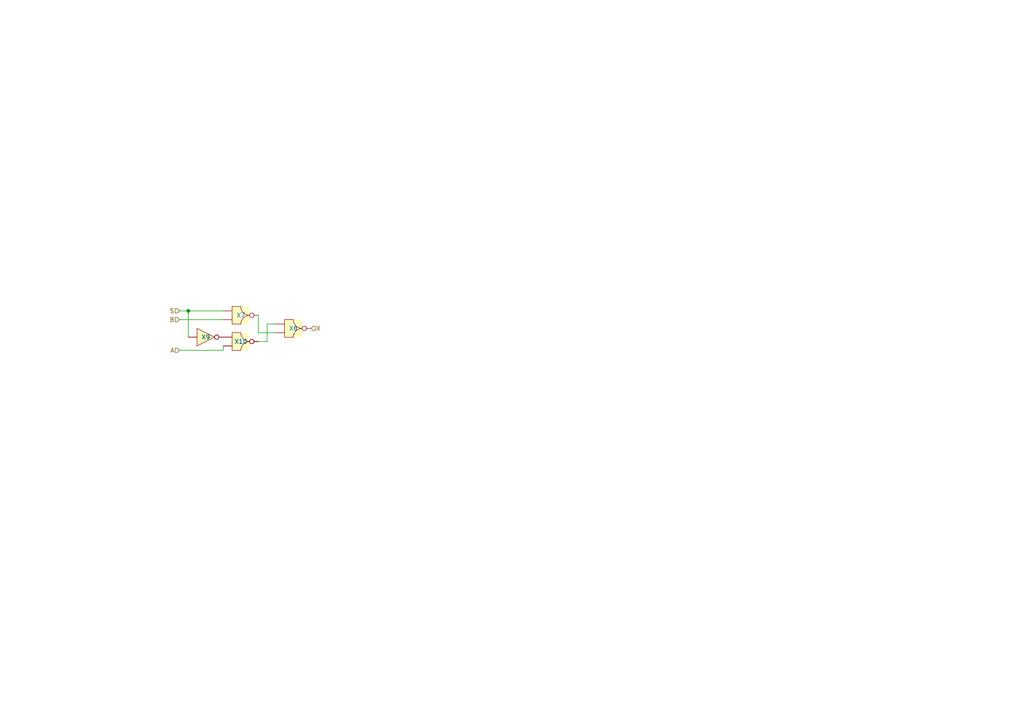
<source format=kicad_sch>
(kicad_sch (version 20211123) (generator eeschema)
  (paper "A4")
  (lib_symbols
    (symbol "OR1_SC:inv1"
      (property "Reference" "X" (at -1.27 3.81 0))
      (property "Value" "inv1" (at -1.27 -3.81 0))
      (symbol "inv1_0_1"
        (polyline (pts (xy -2.54 -2.54) (xy 2.54 0)) (stroke (width 0.1524)) (fill (type background)))
        (polyline (pts (xy 2.54 0) (xy -2.54 2.54) (xy -2.54 -2.54)) (stroke (width 0.1524)) (fill (type background)))
      )
      (symbol "inv1_1_1"
        (pin input line (at -5.08 0 0) (length 2.54) (name "A") (number ""))
        (pin power_in line (at 0 2.54 0) (length 2.54) hide (name "VDD") (number ""))
        (pin power_in line (at 0 -2.54 0) (length 2.54) hide (name "VSS") (number ""))
        (pin output inverted (at 5.08 0 180) (length 2.54) (name "Z") (number ""))
      )
    )
    (symbol "OR1_SC:na21"
      (property "Reference" "X" (at -1.27 3.81 0))
      (property "Value" "na21" (at -1.27 -3.81 0))
      (symbol "na21_0_1"
        (polyline (pts (xy 0 2.54) (xy -2.54 2.54) (xy -2.54 -2.54) (xy 0 -2.54)) (stroke (width 0.1524)) (fill (type background)))
        (arc (start 0 2.54) (mid -1.7961 -1.7961) (end 2.54 0) (stroke (width 0.1524)) (fill (type background)))
        (arc (start 2.54 0) (mid -1.7961 1.7961) (end 0 -2.54) (stroke (width 0.1524)) (fill (type background)))
      )
      (symbol "na21_1_1"
        (pin input line (at -5.08 1.27 0) (length 2.54) (name "A") (number ""))
        (pin input line (at -5.08 -1.27 0) (length 2.54) (name "B") (number ""))
        (pin power_in line (at 0 2.54 0) (length 2.54) hide (name "VDD") (number ""))
        (pin power_in line (at 0 -2.54 0) (length 2.54) hide (name "VSS") (number ""))
        (pin output inverted (at 5.08 0 180) (length 2.54) (name "Z") (number ""))
      )
    )
  )
  (junction (at 54.61 90.17))
  (wire (pts (xy 77.47 93.98) (xy 77.47 99.06)))
  (wire (pts (xy 54.61 90.17) (xy 54.61 97.79)))
  (wire (pts (xy 52.07 101.6) (xy 64.77 101.6)))
  (wire (pts (xy 77.47 99.06) (xy 74.93 99.06)))
  (wire (pts (xy 80.01 93.98) (xy 77.47 93.98)))
  (wire (pts (xy 52.07 92.71) (xy 64.77 92.71)))
  (wire (pts (xy 64.77 101.6) (xy 64.77 100.33)))
  (wire (pts (xy 74.93 96.52) (xy 74.93 91.44)))
  (wire (pts (xy 80.01 96.52) (xy 74.93 96.52)))
  (wire (pts (xy 54.61 90.17) (xy 64.77 90.17)))
  (wire (pts (xy 52.07 90.17) (xy 54.61 90.17)))
  (hierarchical_label "S" (shape input) (at 52.07 90.17 180))
  (hierarchical_label "A" (shape input) (at 52.07 101.6 180))
  (hierarchical_label "X" (shape input) (at 90.17 95.25 0))
  (hierarchical_label "B" (shape input) (at 52.07 92.71 180))
  (symbol (lib_id "OR1_SC:na21") (at 69.85 99.06 0)
    (property "Reference" "X10" (at 69.85 99.06 0))
    (property "Value" "na21" (effects hide))
  )
  (symbol (lib_id "OR1_SC:na21") (at 69.85 91.44 0)
    (property "Reference" "X7" (at 69.85 91.44 0))
    (property "Value" "na21" (effects hide))
  )
  (symbol (lib_id "OR1_SC:na21") (at 85.09 95.25 0)
    (property "Reference" "X8" (at 85.09 95.25 0))
    (property "Value" "na21" (effects hide))
  )
  (symbol (lib_id "OR1_SC:inv1") (at 59.69 97.79 0)
    (property "Reference" "X9" (at 59.69 97.79 0))
    (property "Value" "inv1" (effects hide))
  )
)
</source>
